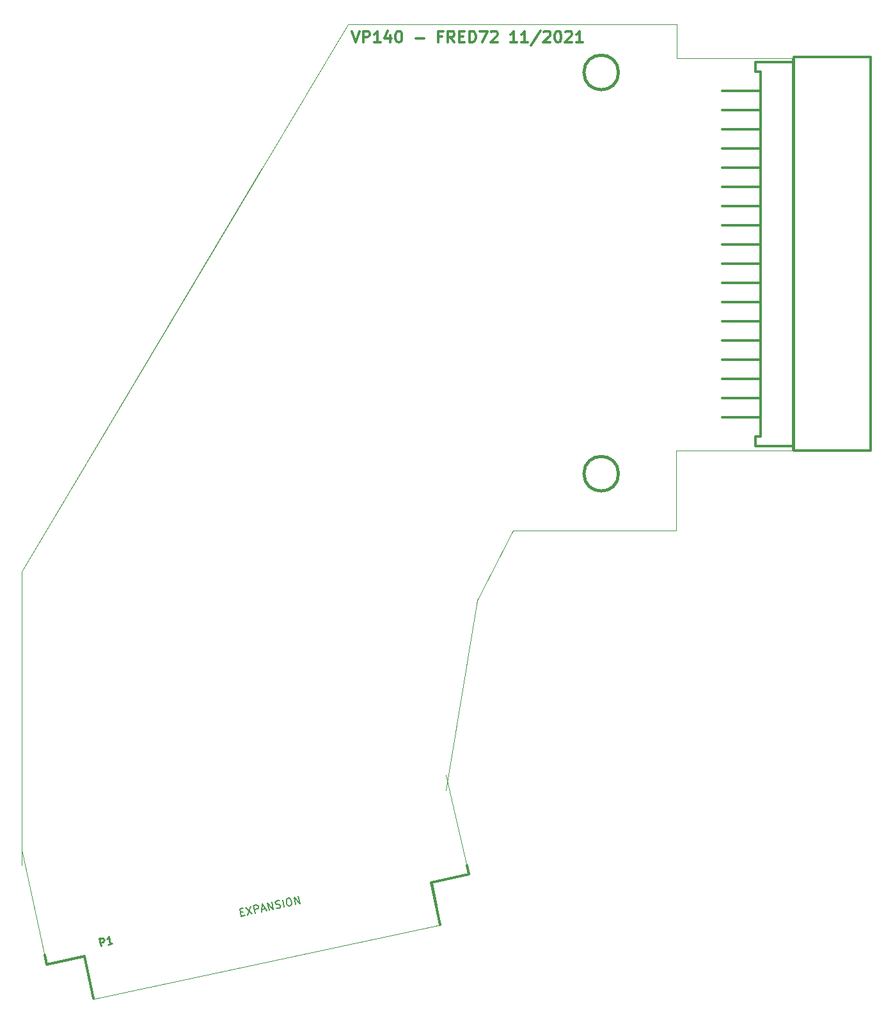
<source format=gto>
G04 (created by PCBNEW (2013-07-07 BZR 4022)-stable) date 03/07/2022 17:26:58*
%MOIN*%
G04 Gerber Fmt 3.4, Leading zero omitted, Abs format*
%FSLAX34Y34*%
G01*
G70*
G90*
G04 APERTURE LIST*
%ADD10C,0.00590551*%
%ADD11C,0.011811*%
%ADD12C,0.00393701*%
%ADD13C,0.015*%
%ADD14C,0.01*%
%ADD15C,0.0108*%
%ADD16C,0.008*%
G04 APERTURE END LIST*
G54D10*
G54D11*
X-16946Y-348D02*
X-16749Y-939D01*
X-16552Y-348D01*
X-16355Y-939D02*
X-16355Y-348D01*
X-16130Y-348D01*
X-16074Y-376D01*
X-16046Y-404D01*
X-16018Y-460D01*
X-16018Y-545D01*
X-16046Y-601D01*
X-16074Y-629D01*
X-16130Y-657D01*
X-16355Y-657D01*
X-15455Y-939D02*
X-15793Y-939D01*
X-15624Y-939D02*
X-15624Y-348D01*
X-15680Y-432D01*
X-15736Y-489D01*
X-15793Y-517D01*
X-14949Y-545D02*
X-14949Y-939D01*
X-15090Y-320D02*
X-15230Y-742D01*
X-14865Y-742D01*
X-14527Y-348D02*
X-14471Y-348D01*
X-14415Y-376D01*
X-14387Y-404D01*
X-14358Y-460D01*
X-14330Y-573D01*
X-14330Y-714D01*
X-14358Y-826D01*
X-14387Y-882D01*
X-14415Y-910D01*
X-14471Y-939D01*
X-14527Y-939D01*
X-14583Y-910D01*
X-14612Y-882D01*
X-14640Y-826D01*
X-14668Y-714D01*
X-14668Y-573D01*
X-14640Y-460D01*
X-14612Y-404D01*
X-14583Y-376D01*
X-14527Y-348D01*
X-13627Y-714D02*
X-13177Y-714D01*
X-12249Y-629D02*
X-12446Y-629D01*
X-12446Y-939D02*
X-12446Y-348D01*
X-12165Y-348D01*
X-11603Y-939D02*
X-11799Y-657D01*
X-11940Y-939D02*
X-11940Y-348D01*
X-11715Y-348D01*
X-11659Y-376D01*
X-11631Y-404D01*
X-11603Y-460D01*
X-11603Y-545D01*
X-11631Y-601D01*
X-11659Y-629D01*
X-11715Y-657D01*
X-11940Y-657D01*
X-11349Y-629D02*
X-11153Y-629D01*
X-11068Y-939D02*
X-11349Y-939D01*
X-11349Y-348D01*
X-11068Y-348D01*
X-10815Y-939D02*
X-10815Y-348D01*
X-10675Y-348D01*
X-10590Y-376D01*
X-10534Y-432D01*
X-10506Y-489D01*
X-10478Y-601D01*
X-10478Y-685D01*
X-10506Y-798D01*
X-10534Y-854D01*
X-10590Y-910D01*
X-10675Y-939D01*
X-10815Y-939D01*
X-10281Y-348D02*
X-9887Y-348D01*
X-10140Y-939D01*
X-9690Y-404D02*
X-9662Y-376D01*
X-9606Y-348D01*
X-9465Y-348D01*
X-9409Y-376D01*
X-9381Y-404D01*
X-9353Y-460D01*
X-9353Y-517D01*
X-9381Y-601D01*
X-9718Y-939D01*
X-9353Y-939D01*
X-8340Y-939D02*
X-8678Y-939D01*
X-8509Y-939D02*
X-8509Y-348D01*
X-8565Y-432D01*
X-8622Y-489D01*
X-8678Y-517D01*
X-7778Y-939D02*
X-8115Y-939D01*
X-7947Y-939D02*
X-7947Y-348D01*
X-8003Y-432D01*
X-8059Y-489D01*
X-8115Y-517D01*
X-7103Y-320D02*
X-7609Y-1079D01*
X-6934Y-404D02*
X-6906Y-376D01*
X-6850Y-348D01*
X-6709Y-348D01*
X-6653Y-376D01*
X-6625Y-404D01*
X-6597Y-460D01*
X-6597Y-517D01*
X-6625Y-601D01*
X-6962Y-939D01*
X-6597Y-939D01*
X-6231Y-348D02*
X-6175Y-348D01*
X-6119Y-376D01*
X-6091Y-404D01*
X-6063Y-460D01*
X-6034Y-573D01*
X-6034Y-714D01*
X-6063Y-826D01*
X-6091Y-882D01*
X-6119Y-910D01*
X-6175Y-939D01*
X-6231Y-939D01*
X-6288Y-910D01*
X-6316Y-882D01*
X-6344Y-826D01*
X-6372Y-714D01*
X-6372Y-573D01*
X-6344Y-460D01*
X-6316Y-404D01*
X-6288Y-376D01*
X-6231Y-348D01*
X-5810Y-404D02*
X-5781Y-376D01*
X-5725Y-348D01*
X-5585Y-348D01*
X-5528Y-376D01*
X-5500Y-404D01*
X-5472Y-460D01*
X-5472Y-517D01*
X-5500Y-601D01*
X-5838Y-939D01*
X-5472Y-939D01*
X-4910Y-939D02*
X-5247Y-939D01*
X-5078Y-939D02*
X-5078Y-348D01*
X-5135Y-432D01*
X-5191Y-489D01*
X-5247Y-517D01*
G54D12*
X-11500Y0D02*
X-17150Y0D01*
X-2950Y-26350D02*
X-8550Y-26350D01*
X6000Y-1750D02*
X0Y-1750D01*
X6000Y-1750D02*
X6000Y-22200D01*
X0Y0D02*
X-12000Y0D01*
X0Y-1750D02*
X0Y0D01*
X-8550Y-26350D02*
X-10400Y-30000D01*
X-50Y-26350D02*
X-3450Y-26350D01*
X-50Y-22200D02*
X-50Y-26350D01*
X5950Y-22200D02*
X-50Y-22200D01*
X-12750Y-44700D02*
X-10850Y-44300D01*
X-12300Y-46900D02*
X-12750Y-44700D01*
X-30400Y-50750D02*
X-12300Y-46900D01*
X-30850Y-48550D02*
X-30400Y-50750D01*
X-32850Y-49000D02*
X-30850Y-48550D01*
X-12050Y-39900D02*
X-10400Y-30000D01*
X-10850Y-44300D02*
X-12050Y-39100D01*
X-34150Y-43800D02*
X-34150Y-28500D01*
X-32850Y-49000D02*
X-34150Y-43000D01*
X-34150Y-28500D02*
X-17150Y0D01*
X-21650Y-7500D02*
X-34150Y-28500D01*
G54D11*
X-30424Y-50732D02*
X-30892Y-48531D01*
X-12796Y-44685D02*
X-10840Y-44269D01*
X-10840Y-44269D02*
X-10944Y-43780D01*
X-12796Y-44685D02*
X-12329Y-46886D01*
X-30892Y-48531D02*
X-32848Y-48947D01*
X-32848Y-48947D02*
X-32952Y-48458D01*
X4350Y-4450D02*
X2350Y-4450D01*
X4350Y-5450D02*
X2350Y-5450D01*
X2350Y-6450D02*
X4350Y-6450D01*
X4350Y-7450D02*
X2350Y-7450D01*
X2350Y-8450D02*
X4350Y-8450D01*
X4350Y-11450D02*
X2350Y-11450D01*
X4350Y-12450D02*
X2350Y-12450D01*
X2350Y-9450D02*
X4350Y-9450D01*
X4350Y-10450D02*
X2350Y-10450D01*
X2350Y-13450D02*
X4350Y-13450D01*
X4350Y-14450D02*
X2350Y-14450D01*
X2350Y-15450D02*
X4350Y-15450D01*
X4350Y-16450D02*
X2350Y-16450D01*
X2350Y-17450D02*
X4350Y-17450D01*
X4350Y-18450D02*
X2350Y-18450D01*
X2350Y-19450D02*
X4350Y-19450D01*
X4350Y-20450D02*
X2350Y-20450D01*
X4350Y-3450D02*
X2350Y-3450D01*
X4100Y-1950D02*
X4100Y-2450D01*
X4100Y-2450D02*
X4350Y-2450D01*
X4350Y-2450D02*
X4350Y-21450D01*
X4350Y-21450D02*
X4100Y-21450D01*
X4100Y-21450D02*
X4100Y-21950D01*
X6100Y-22200D02*
X10100Y-22200D01*
X6100Y-21950D02*
X4100Y-21950D01*
X6100Y-1700D02*
X10100Y-1700D01*
X6100Y-1950D02*
X4100Y-1950D01*
X6100Y-1700D02*
X6100Y-22200D01*
X10100Y-1700D02*
X10100Y-22200D01*
G54D13*
X-3050Y-23400D02*
G75*
G03X-3050Y-23400I-900J0D01*
G74*
G01*
X-3050Y-2500D02*
G75*
G03X-3050Y-2500I-900J0D01*
G74*
G01*
G54D14*
X-30028Y-48002D02*
X-30112Y-47611D01*
X-29963Y-47579D01*
X-29921Y-47590D01*
X-29899Y-47605D01*
X-29872Y-47638D01*
X-29860Y-47694D01*
X-29871Y-47735D01*
X-29886Y-47758D01*
X-29919Y-47784D01*
X-30068Y-47816D01*
X-29432Y-47875D02*
X-29656Y-47923D01*
X-29544Y-47899D02*
X-29627Y-47508D01*
X-29653Y-47572D01*
X-29682Y-47617D01*
X-29715Y-47643D01*
G54D15*
G54D16*
X-22752Y-46241D02*
X-22622Y-46214D01*
X-22522Y-46407D02*
X-22709Y-46446D01*
X-22792Y-46055D01*
X-22605Y-46015D01*
X-22475Y-45988D02*
X-22131Y-46324D01*
X-22214Y-45932D02*
X-22392Y-46379D01*
X-21982Y-46292D02*
X-22065Y-45901D01*
X-21916Y-45869D01*
X-21875Y-45880D01*
X-21852Y-45894D01*
X-21826Y-45928D01*
X-21814Y-45983D01*
X-21825Y-46025D01*
X-21839Y-46047D01*
X-21873Y-46074D01*
X-22022Y-46106D01*
X-21633Y-46101D02*
X-21447Y-46061D01*
X-21647Y-46221D02*
X-21599Y-45802D01*
X-21386Y-46165D01*
X-21255Y-46137D02*
X-21339Y-45746D01*
X-21032Y-46090D01*
X-21115Y-45699D01*
X-20868Y-46036D02*
X-20808Y-46042D01*
X-20715Y-46023D01*
X-20682Y-45996D01*
X-20667Y-45973D01*
X-20656Y-45932D01*
X-20664Y-45895D01*
X-20691Y-45862D01*
X-20713Y-45847D01*
X-20755Y-45836D01*
X-20833Y-45833D01*
X-20874Y-45823D01*
X-20897Y-45808D01*
X-20924Y-45775D01*
X-20931Y-45738D01*
X-20921Y-45696D01*
X-20906Y-45674D01*
X-20873Y-45647D01*
X-20780Y-45627D01*
X-20720Y-45634D01*
X-20473Y-45971D02*
X-20556Y-45580D01*
X-20295Y-45524D02*
X-20221Y-45509D01*
X-20179Y-45519D01*
X-20134Y-45549D01*
X-20100Y-45619D01*
X-20072Y-45750D01*
X-20075Y-45828D01*
X-20104Y-45873D01*
X-20138Y-45900D01*
X-20212Y-45916D01*
X-20253Y-45905D01*
X-20298Y-45876D01*
X-20333Y-45805D01*
X-20361Y-45675D01*
X-20358Y-45596D01*
X-20329Y-45551D01*
X-20295Y-45524D01*
X-19877Y-45844D02*
X-19960Y-45453D01*
X-19653Y-45797D01*
X-19736Y-45406D01*
M02*

</source>
